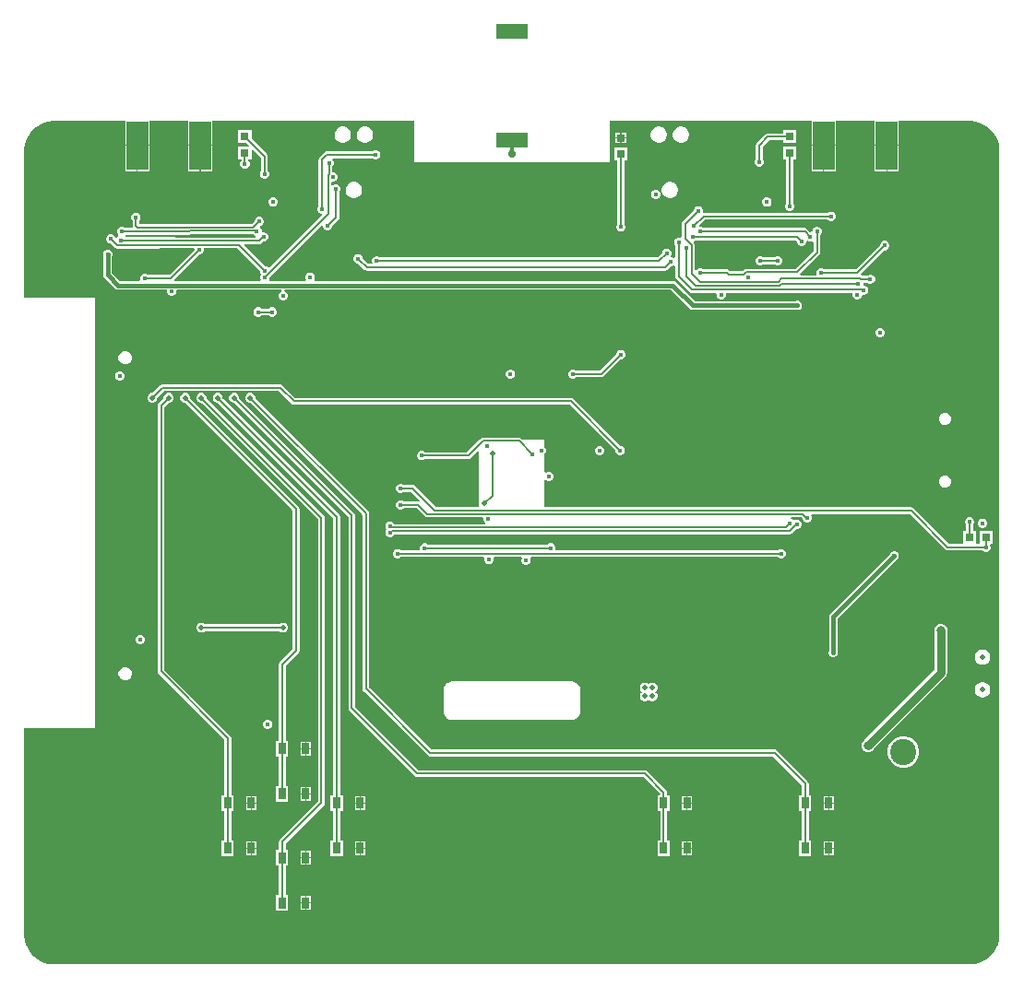
<source format=gtl>
G04*
G04 #@! TF.GenerationSoftware,Altium Limited,Altium Designer,22.1.2 (22)*
G04*
G04 Layer_Physical_Order=1*
G04 Layer_Color=255*
%FSLAX44Y44*%
%MOMM*%
G71*
G04*
G04 #@! TF.SameCoordinates,DC0EFF74-F3D2-441A-B5B2-ABEB85199A1F*
G04*
G04*
G04 #@! TF.FilePolarity,Positive*
G04*
G01*
G75*
%ADD10C,0.2032*%
%ADD12R,0.7000X1.1000*%
%ADD13R,3.0000X1.4000*%
%ADD14R,0.8000X0.8000*%
%ADD15R,0.8000X0.8000*%
%ADD16R,2.0000X4.5000*%
%ADD29C,0.7620*%
%ADD30C,0.3360*%
%ADD31C,0.3810*%
%ADD32C,0.1000*%
%ADD33C,0.6000*%
%ADD34C,0.5000*%
%ADD35O,2.1000X1.2000*%
%ADD36O,2.3000X1.2000*%
%ADD37C,2.4000*%
%ADD38C,0.4500*%
%ADD39C,0.8000*%
%ADD40C,0.7000*%
G36*
X871796Y777410D02*
X875359Y776941D01*
X878830Y776011D01*
X882149Y774636D01*
X885261Y772840D01*
X888112Y770652D01*
X890652Y768112D01*
X892840Y765261D01*
X894636Y762149D01*
X896011Y758830D01*
X896941Y755359D01*
X897410Y751796D01*
X897410Y750000D01*
X897410Y30000D01*
Y28203D01*
X896941Y24641D01*
X896011Y21170D01*
X894636Y17851D01*
X892840Y14739D01*
X890652Y11888D01*
X888112Y9348D01*
X885261Y7160D01*
X882149Y5364D01*
X878830Y3989D01*
X875359Y3059D01*
X871796Y2590D01*
X870000Y2590D01*
X30000Y2590D01*
X28203D01*
X24641Y3059D01*
X21170Y3989D01*
X17851Y5364D01*
X14739Y7160D01*
X11888Y9348D01*
X9348Y11888D01*
X7160Y14739D01*
X5364Y17851D01*
X3989Y21170D01*
X3059Y24641D01*
X2590Y28203D01*
X2590Y30000D01*
Y220000D01*
X67500D01*
Y615000D01*
X2590D01*
Y750000D01*
Y751796D01*
X3059Y755359D01*
X3989Y758830D01*
X5364Y762149D01*
X7160Y765261D01*
X9348Y768112D01*
X11888Y770652D01*
X14739Y772840D01*
X17851Y774636D01*
X21170Y776011D01*
X24641Y776941D01*
X28203Y777410D01*
X30000Y777410D01*
X94984D01*
Y755508D01*
X106000D01*
X117016D01*
Y777410D01*
X152984D01*
Y755508D01*
X175016D01*
Y777410D01*
X360000D01*
Y740001D01*
X360001Y740000D01*
X540000D01*
Y777410D01*
X560000D01*
X724984Y777410D01*
Y755508D01*
X736000D01*
X747016D01*
Y777410D01*
X782984D01*
Y755508D01*
X805016D01*
Y777410D01*
X850000D01*
X871796Y777410D01*
D02*
G37*
G36*
X451688Y752299D02*
X451749Y751625D01*
X451803Y751323D01*
X451872Y751045D01*
X451957Y750789D01*
X452057Y750557D01*
X452173Y750348D01*
X452304Y750162D01*
X452450Y749999D01*
X447550D01*
X447696Y750162D01*
X447827Y750348D01*
X447943Y750557D01*
X448043Y750789D01*
X448128Y751045D01*
X448197Y751323D01*
X448251Y751625D01*
X448289Y751950D01*
X448320Y752671D01*
X451680D01*
X451688Y752299D01*
D02*
G37*
%LPC*%
G36*
X555016Y767016D02*
X550508D01*
Y762508D01*
X555016D01*
Y767016D01*
D02*
G37*
G36*
X549492D02*
X544984D01*
Y762508D01*
X549492D01*
Y767016D01*
D02*
G37*
G36*
X606142Y772255D02*
X604179D01*
X602282Y771747D01*
X600583Y770766D01*
X599194Y769378D01*
X598213Y767678D01*
X597705Y765781D01*
Y763819D01*
X598213Y761923D01*
X599194Y760223D01*
X600583Y758835D01*
X602282Y757853D01*
X604179Y757345D01*
X606142D01*
X608037Y757853D01*
X609738Y758835D01*
X611125Y760223D01*
X612107Y761923D01*
X612615Y763819D01*
Y765781D01*
X612107Y767678D01*
X611125Y769378D01*
X609738Y770766D01*
X608037Y771747D01*
X606142Y772255D01*
D02*
G37*
G36*
X585821D02*
X583858D01*
X581963Y771747D01*
X580262Y770766D01*
X578875Y769378D01*
X577893Y767678D01*
X577385Y765781D01*
Y763819D01*
X577893Y761923D01*
X578875Y760223D01*
X580262Y758835D01*
X581963Y757853D01*
X583858Y757345D01*
X585821D01*
X587718Y757853D01*
X589417Y758835D01*
X590806Y760223D01*
X591787Y761923D01*
X592295Y763819D01*
Y765781D01*
X591787Y767678D01*
X590806Y769378D01*
X589417Y770766D01*
X587718Y771747D01*
X585821Y772255D01*
D02*
G37*
G36*
X316141D02*
X314179D01*
X312283Y771747D01*
X310583Y770766D01*
X309195Y769378D01*
X308213Y767678D01*
X307705Y765781D01*
Y763819D01*
X308213Y761923D01*
X309195Y760223D01*
X310583Y758835D01*
X312283Y757853D01*
X314179Y757345D01*
X316141D01*
X318037Y757853D01*
X319737Y758835D01*
X321125Y760223D01*
X322107Y761923D01*
X322615Y763819D01*
Y765781D01*
X322107Y767678D01*
X321125Y769378D01*
X319737Y770766D01*
X318037Y771747D01*
X316141Y772255D01*
D02*
G37*
G36*
X295821D02*
X293859D01*
X291963Y771747D01*
X290263Y770766D01*
X288875Y769378D01*
X287893Y767678D01*
X287385Y765781D01*
Y763819D01*
X287893Y761923D01*
X288875Y760223D01*
X290263Y758835D01*
X291963Y757853D01*
X293859Y757345D01*
X295821D01*
X297717Y757853D01*
X299417Y758835D01*
X300805Y760223D01*
X301787Y761923D01*
X302295Y763819D01*
Y765781D01*
X301787Y767678D01*
X300805Y769378D01*
X299417Y770766D01*
X297717Y771747D01*
X295821Y772255D01*
D02*
G37*
G36*
X555016Y761492D02*
X550508D01*
Y756984D01*
X555016D01*
Y761492D01*
D02*
G37*
G36*
X549492D02*
X544984D01*
Y756984D01*
X549492D01*
Y761492D01*
D02*
G37*
G36*
X711032Y769032D02*
X698968D01*
Y766108D01*
X685000D01*
X683811Y765871D01*
X682803Y765198D01*
X674802Y757197D01*
X674129Y756189D01*
X673892Y755000D01*
Y742948D01*
X673370Y742426D01*
X672718Y740852D01*
Y739148D01*
X673370Y737574D01*
X674575Y736370D01*
X676148Y735718D01*
X677852D01*
X679426Y736370D01*
X680630Y737574D01*
X681282Y739148D01*
Y740852D01*
X680630Y742426D01*
X680108Y742948D01*
Y753713D01*
X686287Y759892D01*
X698968D01*
Y756968D01*
X711032D01*
Y769032D01*
D02*
G37*
G36*
X325852Y750782D02*
X324148D01*
X322575Y750130D01*
X322052Y749608D01*
X280250D01*
X279061Y749371D01*
X278053Y748698D01*
X273552Y744197D01*
X272879Y743189D01*
X272642Y742000D01*
Y699198D01*
X272120Y698676D01*
X271468Y697102D01*
Y695398D01*
X272120Y693824D01*
X273325Y692620D01*
X274898Y691968D01*
X275277D01*
X275803Y690698D01*
X227792Y642687D01*
X226182Y642873D01*
X225426Y643630D01*
X223852Y644282D01*
X223113D01*
X204212Y663183D01*
X204698Y664356D01*
X218043D01*
X219233Y664593D01*
X220241Y665266D01*
X221693Y666718D01*
X222852D01*
X224426Y667370D01*
X225630Y668575D01*
X226282Y670148D01*
Y671852D01*
X225630Y673426D01*
X224426Y674630D01*
X222852Y675282D01*
X221148D01*
X220282Y676298D01*
Y676852D01*
X219630Y678426D01*
X218608Y679448D01*
X218794Y680418D01*
X218955Y680761D01*
X220426Y681370D01*
X221630Y682574D01*
X222282Y684148D01*
Y685852D01*
X221630Y687426D01*
X220426Y688630D01*
X218852Y689282D01*
X217148D01*
X215574Y688630D01*
X214370Y687426D01*
X213718Y685852D01*
Y685113D01*
X211297Y682692D01*
X108108D01*
Y686052D01*
X108630Y686574D01*
X109282Y688148D01*
Y689852D01*
X108630Y691426D01*
X107426Y692630D01*
X105852Y693282D01*
X104148D01*
X102575Y692630D01*
X101370Y691426D01*
X100718Y689852D01*
Y688148D01*
X101370Y686574D01*
X101892Y686052D01*
Y680774D01*
X101971Y680378D01*
X101037Y679108D01*
X94948D01*
X94426Y679630D01*
X92852Y680282D01*
X91148D01*
X89574Y679630D01*
X88370Y678426D01*
X87718Y676852D01*
Y675148D01*
X88370Y673575D01*
X88833Y673112D01*
X88574Y671630D01*
X87370Y670426D01*
X86020Y670485D01*
X85630Y671426D01*
X84426Y672630D01*
X82852Y673282D01*
X81148D01*
X79574Y672630D01*
X78370Y671426D01*
X77718Y669852D01*
Y668148D01*
X78370Y666574D01*
X79574Y665370D01*
X81148Y664718D01*
X81887D01*
X85338Y661266D01*
X86347Y660593D01*
X87536Y660356D01*
X126172D01*
X126533Y660428D01*
X158333D01*
X158718Y659852D01*
Y659113D01*
X135713Y636108D01*
X115948D01*
X115426Y636630D01*
X113852Y637282D01*
X112148D01*
X110575Y636630D01*
X109370Y635426D01*
X108718Y633852D01*
Y632148D01*
X108900Y631709D01*
X108051Y630439D01*
X90238D01*
X83014Y637663D01*
Y653502D01*
X83282Y654148D01*
Y655852D01*
X82630Y657426D01*
X81426Y658630D01*
X79852Y659282D01*
X78148D01*
X76575Y658630D01*
X75370Y657426D01*
X74718Y655852D01*
Y654148D01*
X74986Y653502D01*
Y636000D01*
X75291Y634464D01*
X76162Y633162D01*
X85737Y623587D01*
X87039Y622716D01*
X88575Y622411D01*
X133344D01*
X133718Y621852D01*
Y620148D01*
X134370Y618574D01*
X135575Y617370D01*
X137148Y616718D01*
X138852D01*
X140426Y617370D01*
X141630Y618574D01*
X142282Y620148D01*
Y621852D01*
X142656Y622411D01*
X238555D01*
X238808Y621141D01*
X237575Y620630D01*
X236370Y619426D01*
X235718Y617852D01*
Y616148D01*
X236370Y614575D01*
X237575Y613370D01*
X239148Y612718D01*
X240852D01*
X242426Y613370D01*
X243630Y614575D01*
X244282Y616148D01*
Y617852D01*
X243630Y619426D01*
X242426Y620630D01*
X241192Y621141D01*
X241445Y622411D01*
X595912D01*
X613162Y605162D01*
X614464Y604291D01*
X616000Y603986D01*
X710502D01*
X711148Y603718D01*
X712852D01*
X714426Y604370D01*
X715630Y605574D01*
X716282Y607148D01*
Y608852D01*
X715630Y610426D01*
X714426Y611630D01*
X712852Y612282D01*
X711148D01*
X710502Y612014D01*
X617663D01*
X600413Y629263D01*
X599111Y630134D01*
X597575Y630439D01*
X269154D01*
X268686Y631709D01*
X269282Y633148D01*
Y634852D01*
X268630Y636426D01*
X267426Y637630D01*
X265852Y638282D01*
X264148D01*
X262575Y637630D01*
X261370Y636426D01*
X260718Y634852D01*
Y633148D01*
X261314Y631709D01*
X260846Y630439D01*
X227654D01*
X227039Y631709D01*
X227532Y632898D01*
Y633637D01*
X275198Y681303D01*
X276468Y680777D01*
Y680148D01*
X277120Y678575D01*
X278325Y677370D01*
X279898Y676718D01*
X281602D01*
X283176Y677370D01*
X284380Y678575D01*
X285032Y680148D01*
Y680887D01*
X290697Y686553D01*
X291371Y687561D01*
X291608Y688750D01*
Y711802D01*
X292130Y712325D01*
X292782Y713898D01*
Y715602D01*
X292130Y717176D01*
X290926Y718380D01*
X289352Y719032D01*
X287648D01*
X286075Y718380D01*
X285842Y718147D01*
X284572Y718673D01*
Y721333D01*
X285148Y721718D01*
X286852D01*
X288426Y722370D01*
X289630Y723574D01*
X290282Y725148D01*
Y726852D01*
X289630Y728426D01*
X288426Y729630D01*
X286852Y730282D01*
X285358D01*
Y736052D01*
X285880Y736574D01*
X286532Y738148D01*
Y739852D01*
X285880Y741425D01*
X285183Y742122D01*
X285709Y743392D01*
X322052D01*
X322575Y742870D01*
X324148Y742218D01*
X325852D01*
X327426Y742870D01*
X328630Y744074D01*
X329282Y745648D01*
Y747352D01*
X328630Y748926D01*
X327426Y750130D01*
X325852Y750782D01*
D02*
G37*
G36*
X805016Y754492D02*
X794508D01*
Y731484D01*
X805016D01*
Y754492D01*
D02*
G37*
G36*
X793492D02*
X782984D01*
Y731484D01*
X793492D01*
Y754492D01*
D02*
G37*
G36*
X747016Y754492D02*
X736508D01*
Y731484D01*
X747016D01*
Y754492D01*
D02*
G37*
G36*
X735492D02*
X724984D01*
Y731484D01*
X735492D01*
Y754492D01*
D02*
G37*
G36*
X175016Y754492D02*
X164508D01*
Y731484D01*
X175016D01*
Y754492D01*
D02*
G37*
G36*
X163492D02*
X152984D01*
Y731484D01*
X163492D01*
Y754492D01*
D02*
G37*
G36*
X117016Y754492D02*
X106508D01*
Y731484D01*
X117016D01*
Y754492D01*
D02*
G37*
G36*
X105492D02*
X94984D01*
Y731484D01*
X105492D01*
Y754492D01*
D02*
G37*
G36*
X211032Y769032D02*
X198968D01*
Y756968D01*
X206637D01*
X208400Y755205D01*
X207914Y754032D01*
X198968D01*
Y741968D01*
X201892D01*
Y740698D01*
X201370Y740176D01*
X200718Y738602D01*
Y736898D01*
X201370Y735324D01*
X202575Y734120D01*
X204148Y733468D01*
X205852D01*
X207426Y734120D01*
X208630Y735324D01*
X209282Y736898D01*
Y738602D01*
X208630Y740176D01*
X208108Y740698D01*
Y741968D01*
X211032D01*
Y750914D01*
X212205Y751400D01*
X219892Y743713D01*
Y731948D01*
X219370Y731426D01*
X218718Y729852D01*
Y728148D01*
X219370Y726574D01*
X220574Y725370D01*
X222148Y724718D01*
X223852D01*
X225426Y725370D01*
X226630Y726574D01*
X227282Y728148D01*
Y729852D01*
X226630Y731426D01*
X226108Y731948D01*
Y745000D01*
X225871Y746189D01*
X225198Y747197D01*
X211032Y761363D01*
Y769032D01*
D02*
G37*
G36*
X595981Y721455D02*
X594019D01*
X592122Y720947D01*
X590423Y719966D01*
X589035Y718577D01*
X588053Y716878D01*
X587545Y714982D01*
Y713019D01*
X588053Y711123D01*
X589035Y709423D01*
X590423Y708035D01*
X592122Y707053D01*
X594019Y706545D01*
X595981D01*
X597878Y707053D01*
X599577Y708035D01*
X600965Y709423D01*
X601947Y711123D01*
X602455Y713019D01*
Y714982D01*
X601947Y716878D01*
X600965Y718577D01*
X599577Y719966D01*
X597878Y720947D01*
X595981Y721455D01*
D02*
G37*
G36*
X305982D02*
X304019D01*
X302122Y720947D01*
X300423Y719966D01*
X299035Y718577D01*
X298053Y716878D01*
X297545Y714982D01*
Y713019D01*
X298053Y711123D01*
X299035Y709423D01*
X300423Y708035D01*
X302122Y707053D01*
X304019Y706545D01*
X305982D01*
X307878Y707053D01*
X309578Y708035D01*
X310965Y709423D01*
X311947Y711123D01*
X312455Y713019D01*
Y714982D01*
X311947Y716878D01*
X310965Y718577D01*
X309578Y719966D01*
X307878Y720947D01*
X305982Y721455D01*
D02*
G37*
G36*
X582852Y714282D02*
X581148D01*
X579575Y713630D01*
X578370Y712426D01*
X577718Y710852D01*
Y709148D01*
X578370Y707574D01*
X579575Y706370D01*
X581148Y705718D01*
X582852D01*
X584426Y706370D01*
X585630Y707574D01*
X586282Y709148D01*
Y710852D01*
X585630Y712426D01*
X584426Y713630D01*
X582852Y714282D01*
D02*
G37*
G36*
X684852Y707282D02*
X683148D01*
X681574Y706630D01*
X680370Y705426D01*
X679718Y703852D01*
Y702148D01*
X680370Y700574D01*
X681574Y699370D01*
X683148Y698718D01*
X684852D01*
X686426Y699370D01*
X687630Y700574D01*
X688282Y702148D01*
Y703852D01*
X687630Y705426D01*
X686426Y706630D01*
X684852Y707282D01*
D02*
G37*
G36*
X231852D02*
X230148D01*
X228575Y706630D01*
X227370Y705426D01*
X226718Y703852D01*
Y702148D01*
X227370Y700574D01*
X228575Y699370D01*
X230148Y698718D01*
X231852D01*
X233426Y699370D01*
X234630Y700574D01*
X235282Y702148D01*
Y703852D01*
X234630Y705426D01*
X233426Y706630D01*
X231852Y707282D01*
D02*
G37*
G36*
X711032Y754032D02*
X698968D01*
Y741968D01*
X701892D01*
Y701948D01*
X701370Y701425D01*
X700718Y699852D01*
Y698148D01*
X701370Y696574D01*
X702574Y695370D01*
X704148Y694718D01*
X705852D01*
X707426Y695370D01*
X708630Y696574D01*
X709282Y698148D01*
Y699852D01*
X708630Y701425D01*
X708108Y701948D01*
Y741968D01*
X711032D01*
Y754032D01*
D02*
G37*
G36*
X621852Y699282D02*
X620148D01*
X618574Y698630D01*
X617370Y697426D01*
X616718Y695852D01*
Y695113D01*
X606802Y685198D01*
X606129Y684189D01*
X605892Y683000D01*
Y670811D01*
X604622Y669963D01*
X603852Y670282D01*
X602148D01*
X600574Y669630D01*
X599370Y668426D01*
X598718Y666852D01*
Y665148D01*
X599370Y663575D01*
X599892Y663052D01*
Y651959D01*
X598622Y651433D01*
X598425Y651630D01*
X596852Y652282D01*
X596134D01*
X595608Y653552D01*
X595630Y653575D01*
X596282Y655148D01*
Y656852D01*
X595630Y658426D01*
X594426Y659630D01*
X592852Y660282D01*
X591148D01*
X589575Y659630D01*
X588370Y658426D01*
X587718Y656852D01*
Y656113D01*
X583713Y652108D01*
X328948D01*
X328426Y652630D01*
X326852Y653282D01*
X325148D01*
X323574Y652630D01*
X322370Y651425D01*
X321718Y649852D01*
Y648148D01*
X322037Y647378D01*
X321189Y646108D01*
X318287D01*
X313282Y651113D01*
Y651852D01*
X312630Y653426D01*
X311426Y654630D01*
X309852Y655282D01*
X308148D01*
X306574Y654630D01*
X305370Y653426D01*
X304718Y651852D01*
Y650148D01*
X305370Y648575D01*
X306574Y647370D01*
X308148Y646718D01*
X308887D01*
X314802Y640803D01*
X315811Y640129D01*
X317000Y639892D01*
X591000D01*
X592189Y640129D01*
X593198Y640803D01*
X596113Y643718D01*
X596852D01*
X598425Y644370D01*
X598622Y644567D01*
X599892Y644041D01*
Y635000D01*
X600129Y633811D01*
X600802Y632803D01*
X613266Y620339D01*
X614275Y619665D01*
X615464Y619428D01*
X637333D01*
X637718Y618852D01*
Y617148D01*
X638370Y615574D01*
X639575Y614370D01*
X641148Y613718D01*
X642852D01*
X644426Y614370D01*
X645630Y615574D01*
X646282Y617148D01*
Y618852D01*
X646667Y619428D01*
X762333D01*
X762718Y618852D01*
Y617148D01*
X763370Y615574D01*
X764575Y614370D01*
X766148Y613718D01*
X767852D01*
X769426Y614370D01*
X770630Y615574D01*
X771124Y616768D01*
X772148Y617718D01*
X773852D01*
X775426Y618370D01*
X776630Y619575D01*
X777282Y621148D01*
Y622852D01*
X776630Y624426D01*
X775426Y625630D01*
X773852Y626282D01*
X773298D01*
X772282Y627148D01*
Y628852D01*
X772309Y628892D01*
X776052D01*
X776574Y628370D01*
X778148Y627718D01*
X779852D01*
X781426Y628370D01*
X782630Y629575D01*
X783282Y631148D01*
Y632852D01*
X782630Y634426D01*
X781426Y635630D01*
X779852Y636282D01*
X778148D01*
X776574Y635630D01*
X776052Y635108D01*
X771516D01*
X771068Y635407D01*
X770676Y635485D01*
X770258Y636863D01*
X792113Y658718D01*
X792852D01*
X794426Y659370D01*
X795630Y660574D01*
X796282Y662148D01*
Y663852D01*
X795630Y665425D01*
X794426Y666630D01*
X792852Y667282D01*
X791148D01*
X789575Y666630D01*
X788370Y665425D01*
X787718Y663852D01*
Y663113D01*
X765713Y641108D01*
X736948D01*
X736426Y641630D01*
X734852Y642282D01*
X733148D01*
X731574Y641630D01*
X730370Y640426D01*
X729718Y638852D01*
Y637148D01*
X729904Y636700D01*
X729198Y635644D01*
X714835D01*
X714309Y636914D01*
X732197Y654802D01*
X732871Y655811D01*
X733108Y657000D01*
Y673052D01*
X733630Y673575D01*
X734282Y675148D01*
Y676852D01*
X733630Y678426D01*
X732426Y679630D01*
X730852Y680282D01*
X729148D01*
X727574Y679630D01*
X726370Y678426D01*
X725718Y676852D01*
Y676298D01*
X725209Y675701D01*
X723739Y675656D01*
X721198Y678197D01*
X720189Y678871D01*
X719000Y679108D01*
X625948D01*
X625426Y679630D01*
X623852Y680282D01*
X622473D01*
X621905Y681241D01*
X621850Y681455D01*
X627287Y686892D01*
X740052D01*
X740574Y686370D01*
X742148Y685718D01*
X743852D01*
X745426Y686370D01*
X746630Y687574D01*
X747282Y689148D01*
Y690852D01*
X746630Y692426D01*
X745426Y693630D01*
X743852Y694282D01*
X742148D01*
X740574Y693630D01*
X740052Y693108D01*
X626226D01*
X625528Y693792D01*
X625353Y694045D01*
X625282Y694260D01*
Y695852D01*
X624630Y697426D01*
X623426Y698630D01*
X621852Y699282D01*
D02*
G37*
G36*
X556032Y753032D02*
X543968D01*
Y740968D01*
X546892D01*
Y682948D01*
X546370Y682426D01*
X545718Y680852D01*
Y679148D01*
X546370Y677574D01*
X547575Y676370D01*
X549148Y675718D01*
X550852D01*
X552426Y676370D01*
X553630Y677574D01*
X554282Y679148D01*
Y680852D01*
X553630Y682426D01*
X553108Y682948D01*
Y740968D01*
X556032D01*
Y753032D01*
D02*
G37*
G36*
X230852Y606282D02*
X229148D01*
X227575Y605630D01*
X227052Y605108D01*
X219948D01*
X219426Y605630D01*
X217852Y606282D01*
X216148D01*
X214575Y605630D01*
X213370Y604426D01*
X212718Y602852D01*
Y601148D01*
X213370Y599575D01*
X214575Y598370D01*
X216148Y597718D01*
X217852D01*
X219426Y598370D01*
X219948Y598892D01*
X227052D01*
X227575Y598370D01*
X229148Y597718D01*
X230852D01*
X232426Y598370D01*
X233630Y599575D01*
X234282Y601148D01*
Y602852D01*
X233630Y604426D01*
X232426Y605630D01*
X230852Y606282D01*
D02*
G37*
G36*
X788852Y587282D02*
X787148D01*
X785574Y586630D01*
X784370Y585425D01*
X783718Y583852D01*
Y582148D01*
X784370Y580574D01*
X785574Y579370D01*
X787148Y578718D01*
X788852D01*
X790426Y579370D01*
X791630Y580574D01*
X792282Y582148D01*
Y583852D01*
X791630Y585425D01*
X790426Y586630D01*
X788852Y587282D01*
D02*
G37*
G36*
X96194Y566000D02*
X93806D01*
X91601Y565087D01*
X89914Y563399D01*
X89000Y561194D01*
Y558806D01*
X89914Y556601D01*
X91601Y554913D01*
X93806Y554000D01*
X96194D01*
X98399Y554913D01*
X100087Y556601D01*
X101000Y558806D01*
Y561194D01*
X100087Y563399D01*
X98399Y565087D01*
X96194Y566000D01*
D02*
G37*
G36*
X550852Y567282D02*
X549148D01*
X547575Y566630D01*
X546370Y565426D01*
X545718Y563852D01*
Y563113D01*
X530713Y548108D01*
X508948D01*
X508426Y548630D01*
X506852Y549282D01*
X505148D01*
X503574Y548630D01*
X502370Y547425D01*
X501718Y545852D01*
Y544148D01*
X502370Y542575D01*
X503574Y541370D01*
X505148Y540718D01*
X506852D01*
X508426Y541370D01*
X508948Y541892D01*
X532000D01*
X533189Y542129D01*
X534198Y542803D01*
X550113Y558718D01*
X550852D01*
X552426Y559370D01*
X553630Y560574D01*
X554282Y562148D01*
Y563852D01*
X553630Y565426D01*
X552426Y566630D01*
X550852Y567282D01*
D02*
G37*
G36*
X449622Y549282D02*
X447918D01*
X446344Y548630D01*
X445140Y547425D01*
X444488Y545852D01*
Y544148D01*
X445140Y542575D01*
X446344Y541370D01*
X447918Y540718D01*
X449622D01*
X451196Y541370D01*
X452400Y542575D01*
X453052Y544148D01*
Y545852D01*
X452400Y547425D01*
X451196Y548630D01*
X449622Y549282D01*
D02*
G37*
G36*
X90852Y547282D02*
X89148D01*
X87575Y546630D01*
X86370Y545426D01*
X85718Y543852D01*
Y542148D01*
X86370Y540574D01*
X87575Y539370D01*
X89148Y538718D01*
X90852D01*
X92426Y539370D01*
X93630Y540574D01*
X94282Y542148D01*
Y543852D01*
X93630Y545426D01*
X92426Y546630D01*
X90852Y547282D01*
D02*
G37*
G36*
X848594Y509650D02*
X846306D01*
X844193Y508775D01*
X842575Y507157D01*
X841700Y505044D01*
Y502756D01*
X842575Y500643D01*
X844193Y499025D01*
X846306Y498150D01*
X848594D01*
X850707Y499025D01*
X852325Y500643D01*
X853200Y502756D01*
Y505044D01*
X852325Y507157D01*
X850707Y508775D01*
X848594Y509650D01*
D02*
G37*
G36*
X237500Y535608D02*
X129500D01*
X128311Y535371D01*
X127303Y534697D01*
X120137Y527532D01*
X119099D01*
X117433Y526842D01*
X116158Y525567D01*
X115468Y523901D01*
Y522099D01*
X116158Y520433D01*
X117433Y519158D01*
X119099Y518468D01*
X120901D01*
X122567Y519158D01*
X123842Y520433D01*
X124532Y522099D01*
Y523137D01*
X130787Y529392D01*
X236213D01*
X247803Y517803D01*
X248811Y517129D01*
X250000Y516892D01*
X503141D01*
X545218Y474815D01*
Y474076D01*
X545870Y472503D01*
X547075Y471298D01*
X548648Y470646D01*
X550352D01*
X551926Y471298D01*
X553130Y472503D01*
X553782Y474076D01*
Y475780D01*
X553130Y477354D01*
X551926Y478558D01*
X550352Y479210D01*
X549613D01*
X506626Y522197D01*
X505617Y522871D01*
X504428Y523108D01*
X251287D01*
X239697Y534697D01*
X238689Y535371D01*
X237500Y535608D01*
D02*
G37*
G36*
X531352Y478702D02*
X529648D01*
X528074Y478050D01*
X526870Y476846D01*
X526218Y475272D01*
Y473568D01*
X526870Y471995D01*
X528074Y470790D01*
X529648Y470138D01*
X531352D01*
X532925Y470790D01*
X534130Y471995D01*
X534782Y473568D01*
Y475272D01*
X534130Y476846D01*
X532925Y478050D01*
X531352Y478702D01*
D02*
G37*
G36*
X456464Y486644D02*
X423536D01*
X422347Y486407D01*
X421339Y485733D01*
X420605Y485000D01*
X420000D01*
Y484395D01*
X408713Y473108D01*
X369948D01*
X369426Y473630D01*
X367852Y474282D01*
X366148D01*
X364575Y473630D01*
X363370Y472425D01*
X362718Y470852D01*
Y469148D01*
X363370Y467575D01*
X364575Y466370D01*
X366148Y465718D01*
X367852D01*
X369426Y466370D01*
X369948Y466892D01*
X410000D01*
X411189Y467129D01*
X412197Y467803D01*
X418827Y474432D01*
X420000Y473946D01*
Y422692D01*
X380703D01*
X361198Y442197D01*
X360189Y442871D01*
X359000Y443108D01*
X350948D01*
X350426Y443630D01*
X348852Y444282D01*
X347148D01*
X345574Y443630D01*
X344370Y442426D01*
X343718Y440852D01*
Y439148D01*
X344370Y437575D01*
X345574Y436370D01*
X347148Y435718D01*
X348852D01*
X350426Y436370D01*
X350948Y436892D01*
X357713D01*
X365592Y429014D01*
X364875Y427934D01*
X364000Y428108D01*
X350948D01*
X350426Y428630D01*
X348852Y429282D01*
X347148D01*
X345574Y428630D01*
X344370Y427426D01*
X343718Y425852D01*
Y424148D01*
X344370Y422575D01*
X345574Y421370D01*
X347148Y420718D01*
X348852D01*
X350426Y421370D01*
X350948Y421892D01*
X362713D01*
X370266Y414338D01*
X371275Y413665D01*
X372464Y413428D01*
X423333D01*
X423718Y412852D01*
Y411148D01*
X424370Y409575D01*
X425543Y408402D01*
X425536Y408227D01*
X425245Y407132D01*
X341911D01*
X341630Y407811D01*
X340426Y409015D01*
X338852Y409667D01*
X337148D01*
X335574Y409015D01*
X334370Y407811D01*
X333718Y406237D01*
Y404533D01*
X334370Y402960D01*
X334829Y402500D01*
X334370Y402040D01*
X333718Y400467D01*
Y398763D01*
X334370Y397189D01*
X335574Y395985D01*
X337148Y395333D01*
X338852D01*
X340426Y395985D01*
X341630Y397189D01*
X341911Y397868D01*
X705078D01*
X706267Y398105D01*
X707276Y398778D01*
X711215Y402718D01*
X712622D01*
X714196Y403370D01*
X715400Y404575D01*
X716052Y406148D01*
Y407852D01*
X715400Y409426D01*
X714196Y410630D01*
X712622Y411282D01*
X710918D01*
X709810Y410823D01*
X708578Y410478D01*
X707373Y411682D01*
X706224Y412158D01*
X706477Y413428D01*
X715756D01*
X716718Y412467D01*
Y412148D01*
X717370Y410574D01*
X718575Y409370D01*
X720148Y408718D01*
X721852D01*
X723426Y409370D01*
X724630Y410574D01*
X725282Y412148D01*
Y413852D01*
X724721Y415206D01*
X725239Y416476D01*
X815129D01*
X847803Y383802D01*
X848811Y383129D01*
X850000Y382892D01*
X882052D01*
X882574Y382370D01*
X884148Y381718D01*
X885852D01*
X887426Y382370D01*
X888630Y383574D01*
X889282Y385148D01*
Y386852D01*
X888932Y387698D01*
X889747Y388968D01*
X891032D01*
Y401032D01*
X878968D01*
Y389108D01*
X876032D01*
Y401032D01*
X873108D01*
Y406052D01*
X873630Y406574D01*
X874282Y408148D01*
Y409852D01*
X873630Y411426D01*
X872426Y412630D01*
X870852Y413282D01*
X869148D01*
X867574Y412630D01*
X866370Y411426D01*
X865718Y409852D01*
Y408148D01*
X866370Y406574D01*
X866892Y406052D01*
Y401032D01*
X863968D01*
Y389108D01*
X851287D01*
X818614Y421782D01*
X817605Y422455D01*
X816416Y422692D01*
X480000D01*
Y447148D01*
X481270Y447674D01*
X481575Y447370D01*
X483148Y446718D01*
X484852D01*
X486426Y447370D01*
X487630Y448574D01*
X488282Y450148D01*
Y451852D01*
X487630Y453426D01*
X486426Y454630D01*
X484852Y455282D01*
X483148D01*
X481575Y454630D01*
X481270Y454326D01*
X480000Y454852D01*
Y471944D01*
X480630Y472575D01*
X481282Y474148D01*
Y475852D01*
X480630Y477426D01*
X480000Y478056D01*
Y485000D01*
X459395D01*
X458661Y485733D01*
X457653Y486407D01*
X456464Y486644D01*
D02*
G37*
G36*
X848594Y451850D02*
X846306D01*
X844193Y450975D01*
X842575Y449357D01*
X841700Y447244D01*
Y444956D01*
X842575Y442843D01*
X844193Y441225D01*
X846306Y440350D01*
X848594D01*
X850707Y441225D01*
X852325Y442843D01*
X853200Y444956D01*
Y447244D01*
X852325Y449357D01*
X850707Y450975D01*
X848594Y451850D01*
D02*
G37*
G36*
X882852Y412282D02*
X881148D01*
X879575Y411630D01*
X878370Y410425D01*
X877718Y408852D01*
Y407148D01*
X878370Y405574D01*
X879575Y404370D01*
X881148Y403718D01*
X882852D01*
X884426Y404370D01*
X885630Y405574D01*
X886282Y407148D01*
Y408852D01*
X885630Y410425D01*
X884426Y411630D01*
X882852Y412282D01*
D02*
G37*
G36*
X486352Y389532D02*
X484648D01*
X483074Y388880D01*
X482552Y388358D01*
X372948D01*
X372426Y388880D01*
X370852Y389532D01*
X369148D01*
X367575Y388880D01*
X366370Y387676D01*
X365718Y386102D01*
Y384398D01*
X365815Y384164D01*
X365110Y383108D01*
X347948D01*
X347426Y383630D01*
X345852Y384282D01*
X344148D01*
X342575Y383630D01*
X341370Y382425D01*
X340718Y380852D01*
Y379148D01*
X341370Y377575D01*
X342575Y376370D01*
X344148Y375718D01*
X345852D01*
X347426Y376370D01*
X347948Y376892D01*
X424011D01*
X424860Y375622D01*
X424718Y375280D01*
Y373576D01*
X425370Y372002D01*
X426575Y370798D01*
X428148Y370146D01*
X429852D01*
X431426Y370798D01*
X432630Y372002D01*
X433282Y373576D01*
Y375280D01*
X433140Y375622D01*
X433989Y376892D01*
X458189D01*
X459037Y375622D01*
X458718Y374852D01*
Y373148D01*
X459370Y371575D01*
X460574Y370370D01*
X462148Y369718D01*
X463852D01*
X465426Y370370D01*
X466630Y371575D01*
X467282Y373148D01*
Y374852D01*
X466963Y375622D01*
X467811Y376892D01*
X694052D01*
X694575Y376370D01*
X696148Y375718D01*
X697852D01*
X699426Y376370D01*
X700630Y377575D01*
X701282Y379148D01*
Y380852D01*
X700630Y382425D01*
X699426Y383630D01*
X697852Y384282D01*
X696148D01*
X694575Y383630D01*
X694052Y383108D01*
X490390D01*
X489685Y384164D01*
X489782Y384398D01*
Y386102D01*
X489130Y387676D01*
X487926Y388880D01*
X486352Y389532D01*
D02*
G37*
G36*
X240902Y316532D02*
X239098D01*
X237433Y315842D01*
X236698Y315108D01*
X168302D01*
X167567Y315842D01*
X165902Y316532D01*
X164099D01*
X162433Y315842D01*
X161158Y314567D01*
X160468Y312901D01*
Y311098D01*
X161158Y309433D01*
X162433Y308158D01*
X164099Y307468D01*
X165902D01*
X167567Y308158D01*
X168302Y308892D01*
X236698D01*
X237433Y308158D01*
X239098Y307468D01*
X240902D01*
X242567Y308158D01*
X243842Y309433D01*
X244532Y311098D01*
Y312901D01*
X243842Y314567D01*
X242567Y315842D01*
X240902Y316532D01*
D02*
G37*
G36*
X109852Y305282D02*
X108148D01*
X106574Y304630D01*
X105370Y303426D01*
X104718Y301852D01*
Y300148D01*
X105370Y298575D01*
X106574Y297370D01*
X108148Y296718D01*
X109852D01*
X111426Y297370D01*
X112630Y298575D01*
X113282Y300148D01*
Y301852D01*
X112630Y303426D01*
X111426Y304630D01*
X109852Y305282D01*
D02*
G37*
G36*
X801852Y382282D02*
X800148D01*
X798575Y381630D01*
X797370Y380426D01*
X797102Y379779D01*
X742162Y324838D01*
X741291Y323536D01*
X740986Y322000D01*
Y290498D01*
X740718Y289852D01*
Y288148D01*
X741370Y286574D01*
X742574Y285370D01*
X744148Y284718D01*
X745852D01*
X747426Y285370D01*
X748630Y286574D01*
X749282Y288148D01*
Y289852D01*
X749014Y290498D01*
Y320337D01*
X802779Y374102D01*
X803426Y374370D01*
X804630Y375574D01*
X805282Y377148D01*
Y378852D01*
X804630Y380426D01*
X803426Y381630D01*
X801852Y382282D01*
D02*
G37*
G36*
X882922Y292000D02*
X881078D01*
X879298Y291523D01*
X877702Y290601D01*
X876399Y289298D01*
X875477Y287702D01*
X875000Y285922D01*
Y284078D01*
X875477Y282298D01*
X876399Y280702D01*
X877702Y279399D01*
X879298Y278477D01*
X881078Y278000D01*
X882922D01*
X884702Y278477D01*
X886298Y279399D01*
X887601Y280702D01*
X888523Y282298D01*
X889000Y284078D01*
Y285922D01*
X888523Y287702D01*
X887601Y289298D01*
X886298Y290601D01*
X884702Y291523D01*
X882922Y292000D01*
D02*
G37*
G36*
X96194Y276000D02*
X93806D01*
X91601Y275087D01*
X89914Y273399D01*
X89000Y271194D01*
Y268806D01*
X89914Y266601D01*
X91601Y264914D01*
X93806Y264000D01*
X96194D01*
X98399Y264914D01*
X100087Y266601D01*
X101000Y268806D01*
Y271194D01*
X100087Y273399D01*
X98399Y275087D01*
X96194Y276000D01*
D02*
G37*
G36*
X579902Y261532D02*
X578098D01*
X576433Y260842D01*
X575500Y259909D01*
X574567Y260842D01*
X572901Y261532D01*
X571099D01*
X569433Y260842D01*
X568158Y259567D01*
X567468Y257901D01*
Y256098D01*
X568158Y254433D01*
X568761Y253830D01*
X569325Y253000D01*
X568761Y252170D01*
X568158Y251567D01*
X567468Y249902D01*
Y248099D01*
X568158Y246433D01*
X569433Y245158D01*
X571099Y244468D01*
X572901D01*
X574567Y245158D01*
X575500Y246091D01*
X576433Y245158D01*
X578098Y244468D01*
X579902D01*
X581567Y245158D01*
X582842Y246433D01*
X583532Y248099D01*
Y249902D01*
X582842Y251567D01*
X582239Y252170D01*
X581675Y253000D01*
X582239Y253830D01*
X582842Y254433D01*
X583532Y256098D01*
Y257901D01*
X582842Y259567D01*
X581567Y260842D01*
X579902Y261532D01*
D02*
G37*
G36*
X882922Y262000D02*
X881078D01*
X879298Y261523D01*
X877702Y260601D01*
X876399Y259298D01*
X875477Y257702D01*
X875000Y255922D01*
Y254078D01*
X875477Y252298D01*
X876399Y250702D01*
X877702Y249399D01*
X879298Y248477D01*
X881078Y248000D01*
X882922D01*
X884702Y248477D01*
X886298Y249399D01*
X887601Y250702D01*
X888523Y252298D01*
X889000Y254078D01*
Y255922D01*
X888523Y257702D01*
X887601Y259298D01*
X886298Y260601D01*
X884702Y261523D01*
X882922Y262000D01*
D02*
G37*
G36*
X505995Y262590D02*
X394005D01*
X393014Y262393D01*
X391177Y261631D01*
X390336Y261070D01*
X388930Y259664D01*
X388369Y258823D01*
X387607Y256986D01*
X387410Y255995D01*
Y234005D01*
X387607Y233014D01*
X388369Y231177D01*
X388930Y230336D01*
X390336Y228930D01*
X391177Y228369D01*
X393014Y227607D01*
X394005Y227410D01*
X505995D01*
X506986Y227607D01*
X508823Y228369D01*
X509664Y228930D01*
X511070Y230336D01*
X511631Y231177D01*
X512393Y233014D01*
X512590Y234005D01*
Y255995D01*
X512393Y256986D01*
X511631Y258823D01*
X511070Y259664D01*
X509664Y261070D01*
X508823Y261631D01*
X506986Y262393D01*
X505995Y262590D01*
D02*
G37*
G36*
X226852Y227282D02*
X225148D01*
X223575Y226630D01*
X222370Y225426D01*
X221718Y223852D01*
Y222148D01*
X222370Y220574D01*
X223575Y219370D01*
X225148Y218718D01*
X226852D01*
X228426Y219370D01*
X229630Y220574D01*
X230282Y222148D01*
Y223852D01*
X229630Y225426D01*
X228426Y226630D01*
X226852Y227282D01*
D02*
G37*
G36*
X265266Y207266D02*
X261258D01*
Y201258D01*
X265266D01*
Y207266D01*
D02*
G37*
G36*
X260242D02*
X256234D01*
Y201258D01*
X260242D01*
Y207266D01*
D02*
G37*
G36*
X844700Y315635D02*
X842300D01*
X840083Y314716D01*
X838386Y313020D01*
X837468Y310803D01*
Y308403D01*
X837544Y308221D01*
Y272967D01*
X773765Y209189D01*
X773583Y209114D01*
X771886Y207417D01*
X770968Y205200D01*
Y202800D01*
X771886Y200583D01*
X773583Y198886D01*
X775800Y197968D01*
X778200D01*
X780417Y198886D01*
X782114Y200583D01*
X782189Y200765D01*
X847712Y266288D01*
X849003Y268221D01*
X849456Y270500D01*
X849456Y270500D01*
Y308221D01*
X849532Y308403D01*
Y310803D01*
X848614Y313020D01*
X846917Y314716D01*
X844700Y315635D01*
D02*
G37*
G36*
X265266Y200242D02*
X261258D01*
Y194234D01*
X265266D01*
Y200242D01*
D02*
G37*
G36*
X260242D02*
X256234D01*
Y194234D01*
X260242D01*
Y200242D01*
D02*
G37*
G36*
X811199Y212330D02*
X807381D01*
X803693Y211342D01*
X800387Y209433D01*
X797687Y206733D01*
X795778Y203427D01*
X794790Y199739D01*
Y195921D01*
X795778Y192233D01*
X797687Y188927D01*
X800387Y186227D01*
X803693Y184318D01*
X807381Y183330D01*
X811199D01*
X814887Y184318D01*
X818193Y186227D01*
X820893Y188927D01*
X822802Y192233D01*
X823790Y195921D01*
Y199739D01*
X822802Y203427D01*
X820893Y206733D01*
X818193Y209433D01*
X814887Y211342D01*
X811199Y212330D01*
D02*
G37*
G36*
X265266Y165766D02*
X261258D01*
Y159758D01*
X265266D01*
Y165766D01*
D02*
G37*
G36*
X260242D02*
X256234D01*
Y159758D01*
X260242D01*
Y165766D01*
D02*
G37*
G36*
X265266Y158742D02*
X261258D01*
Y152734D01*
X265266D01*
Y158742D01*
D02*
G37*
G36*
X260242D02*
X256234D01*
Y152734D01*
X260242D01*
Y158742D01*
D02*
G37*
G36*
X150901Y527532D02*
X149099D01*
X147433Y526842D01*
X146158Y525567D01*
X145468Y523901D01*
Y522099D01*
X146158Y520433D01*
X147433Y519158D01*
X149099Y518468D01*
X150137D01*
X248892Y419713D01*
Y292287D01*
X237053Y280448D01*
X236379Y279439D01*
X236142Y278250D01*
Y208282D01*
X233718D01*
Y193218D01*
X236142D01*
Y166782D01*
X233718D01*
Y151718D01*
X244782D01*
Y166782D01*
X242358D01*
Y193218D01*
X244782D01*
Y208282D01*
X242358D01*
Y276963D01*
X254198Y288803D01*
X254871Y289811D01*
X255108Y291000D01*
Y421000D01*
X254871Y422189D01*
X254198Y423198D01*
X154532Y522863D01*
Y523901D01*
X153842Y525567D01*
X152567Y526842D01*
X150901Y527532D01*
D02*
G37*
G36*
X745266Y157266D02*
X741258D01*
Y151258D01*
X745266D01*
Y157266D01*
D02*
G37*
G36*
X740242D02*
X736234D01*
Y151258D01*
X740242D01*
Y157266D01*
D02*
G37*
G36*
X615266D02*
X611258D01*
Y151258D01*
X615266D01*
Y157266D01*
D02*
G37*
G36*
X610242D02*
X606234D01*
Y151258D01*
X610242D01*
Y157266D01*
D02*
G37*
G36*
X215266D02*
X211258D01*
Y151258D01*
X215266D01*
Y157266D01*
D02*
G37*
G36*
X210242D02*
X206234D01*
Y151258D01*
X210242D01*
Y157266D01*
D02*
G37*
G36*
X315266Y157266D02*
X311258D01*
Y151258D01*
X315266D01*
Y157266D01*
D02*
G37*
G36*
X310242D02*
X306234D01*
Y151258D01*
X310242D01*
Y157266D01*
D02*
G37*
G36*
X745266Y150242D02*
X741258D01*
Y144234D01*
X745266D01*
Y150242D01*
D02*
G37*
G36*
X740242D02*
X736234D01*
Y144234D01*
X740242D01*
Y150242D01*
D02*
G37*
G36*
X615266D02*
X611258D01*
Y144234D01*
X615266D01*
Y150242D01*
D02*
G37*
G36*
X610242D02*
X606234D01*
Y144234D01*
X610242D01*
Y150242D01*
D02*
G37*
G36*
X215266D02*
X211258D01*
Y144234D01*
X215266D01*
Y150242D01*
D02*
G37*
G36*
X210242D02*
X206234D01*
Y144234D01*
X210242D01*
Y150242D01*
D02*
G37*
G36*
X315266Y150242D02*
X311258D01*
Y144234D01*
X315266D01*
Y150242D01*
D02*
G37*
G36*
X310242D02*
X306234D01*
Y144234D01*
X310242D01*
Y150242D01*
D02*
G37*
G36*
X745266Y115766D02*
X741258D01*
Y109758D01*
X745266D01*
Y115766D01*
D02*
G37*
G36*
X740242D02*
X736234D01*
Y109758D01*
X740242D01*
Y115766D01*
D02*
G37*
G36*
X615266D02*
X611258D01*
Y109758D01*
X615266D01*
Y115766D01*
D02*
G37*
G36*
X610242D02*
X606234D01*
Y109758D01*
X610242D01*
Y115766D01*
D02*
G37*
G36*
X215266D02*
X211258D01*
Y109758D01*
X215266D01*
Y115766D01*
D02*
G37*
G36*
X210242D02*
X206234D01*
Y109758D01*
X210242D01*
Y115766D01*
D02*
G37*
G36*
X315266Y115766D02*
X311258D01*
Y109758D01*
X315266D01*
Y115766D01*
D02*
G37*
G36*
X310242D02*
X306234D01*
Y109758D01*
X310242D01*
Y115766D01*
D02*
G37*
G36*
X745266Y108742D02*
X741258D01*
Y102734D01*
X745266D01*
Y108742D01*
D02*
G37*
G36*
X740242D02*
X736234D01*
Y102734D01*
X740242D01*
Y108742D01*
D02*
G37*
G36*
X615266D02*
X611258D01*
Y102734D01*
X615266D01*
Y108742D01*
D02*
G37*
G36*
X610242D02*
X606234D01*
Y102734D01*
X610242D01*
Y108742D01*
D02*
G37*
G36*
X215266D02*
X211258D01*
Y102734D01*
X215266D01*
Y108742D01*
D02*
G37*
G36*
X210242D02*
X206234D01*
Y102734D01*
X210242D01*
Y108742D01*
D02*
G37*
G36*
X315266Y108742D02*
X311258D01*
Y102734D01*
X315266D01*
Y108742D01*
D02*
G37*
G36*
X310242D02*
X306234D01*
Y102734D01*
X310242D01*
Y108742D01*
D02*
G37*
G36*
X210902Y527532D02*
X209098D01*
X207433Y526842D01*
X206158Y525567D01*
X205468Y523901D01*
Y522099D01*
X206158Y520433D01*
X207433Y519158D01*
X209098Y518468D01*
X210137D01*
X312892Y415713D01*
Y256000D01*
X313129Y254811D01*
X313803Y253803D01*
X372803Y194802D01*
X373811Y194129D01*
X375000Y193892D01*
X689713D01*
X716142Y167463D01*
Y158282D01*
X713718D01*
Y143218D01*
X716142D01*
Y116782D01*
X713718D01*
Y101718D01*
X724782D01*
Y116782D01*
X722358D01*
Y143218D01*
X724782D01*
Y158282D01*
X722358D01*
Y168750D01*
X722121Y169939D01*
X721448Y170947D01*
X693197Y199198D01*
X692189Y199871D01*
X691000Y200108D01*
X376287D01*
X319108Y257287D01*
Y417000D01*
X318871Y418189D01*
X318197Y419198D01*
X214532Y522863D01*
Y523901D01*
X213842Y525567D01*
X212567Y526842D01*
X210902Y527532D01*
D02*
G37*
G36*
X195902D02*
X194098D01*
X192433Y526842D01*
X191158Y525567D01*
X190468Y523901D01*
Y522099D01*
X191158Y520433D01*
X192433Y519158D01*
X194098Y518468D01*
X195137D01*
X299892Y413713D01*
Y238000D01*
X300129Y236811D01*
X300802Y235802D01*
X360802Y175802D01*
X361811Y175129D01*
X363000Y174892D01*
X570713D01*
X586053Y159552D01*
X585927Y158282D01*
X583718D01*
Y143218D01*
X586142D01*
Y116782D01*
X583718D01*
Y101718D01*
X594782D01*
Y116782D01*
X592358D01*
Y143218D01*
X594782D01*
Y158282D01*
X592358D01*
Y160750D01*
X592121Y161939D01*
X591447Y162948D01*
X574198Y180198D01*
X573189Y180871D01*
X572000Y181108D01*
X364287D01*
X306108Y239287D01*
Y415000D01*
X305871Y416189D01*
X305198Y417197D01*
X199532Y522863D01*
Y523901D01*
X198842Y525567D01*
X197567Y526842D01*
X195902Y527532D01*
D02*
G37*
G36*
X135901D02*
X134099D01*
X132433Y526842D01*
X131158Y525567D01*
X130468Y523901D01*
Y522863D01*
X125802Y518198D01*
X125129Y517189D01*
X124892Y516000D01*
Y271992D01*
X125129Y270803D01*
X125802Y269795D01*
X186142Y209455D01*
Y158282D01*
X183718D01*
Y143218D01*
X186142D01*
Y116782D01*
X183718D01*
Y101718D01*
X194782D01*
Y116782D01*
X192358D01*
Y143218D01*
X194782D01*
Y158282D01*
X192358D01*
Y210742D01*
X192121Y211931D01*
X191448Y212939D01*
X131108Y273279D01*
Y514713D01*
X134863Y518468D01*
X135901D01*
X137567Y519158D01*
X138842Y520433D01*
X139532Y522099D01*
Y523901D01*
X138842Y525567D01*
X137567Y526842D01*
X135901Y527532D01*
D02*
G37*
G36*
X180902Y527532D02*
X179098D01*
X177433Y526842D01*
X176158Y525567D01*
X175468Y523901D01*
Y522099D01*
X176158Y520433D01*
X177433Y519158D01*
X179098Y518468D01*
X180137D01*
X286142Y412463D01*
Y158282D01*
X283718D01*
Y143218D01*
X286142D01*
Y116782D01*
X283718D01*
Y101718D01*
X294782D01*
Y116782D01*
X292358D01*
Y143218D01*
X294782D01*
Y158282D01*
X292358D01*
Y413750D01*
X292121Y414939D01*
X291448Y415947D01*
X184532Y522863D01*
Y523901D01*
X183842Y525567D01*
X182567Y526842D01*
X180902Y527532D01*
D02*
G37*
G36*
X265266Y107266D02*
X261258D01*
Y101258D01*
X265266D01*
Y107266D01*
D02*
G37*
G36*
X260242D02*
X256234D01*
Y101258D01*
X260242D01*
Y107266D01*
D02*
G37*
G36*
X265266Y100242D02*
X261258D01*
Y94234D01*
X265266D01*
Y100242D01*
D02*
G37*
G36*
X260242D02*
X256234D01*
Y94234D01*
X260242D01*
Y100242D01*
D02*
G37*
G36*
X265266Y65766D02*
X261258D01*
Y59758D01*
X265266D01*
Y65766D01*
D02*
G37*
G36*
X260242D02*
X256234D01*
Y59758D01*
X260242D01*
Y65766D01*
D02*
G37*
G36*
X265266Y58742D02*
X261258D01*
Y52734D01*
X265266D01*
Y58742D01*
D02*
G37*
G36*
X260242D02*
X256234D01*
Y52734D01*
X260242D01*
Y58742D01*
D02*
G37*
G36*
X165902Y527532D02*
X164098D01*
X162433Y526842D01*
X161158Y525567D01*
X160468Y523901D01*
Y522099D01*
X161158Y520433D01*
X162433Y519158D01*
X164098Y518468D01*
X165137D01*
X271892Y411713D01*
Y152287D01*
X237052Y117448D01*
X236379Y116439D01*
X236142Y115250D01*
Y108282D01*
X233718D01*
Y93218D01*
X236142D01*
Y66782D01*
X233718D01*
Y51718D01*
X244782D01*
Y66782D01*
X242358D01*
Y93218D01*
X244782D01*
Y108282D01*
X242358D01*
Y113963D01*
X277197Y148802D01*
X277871Y149811D01*
X278108Y151000D01*
Y413000D01*
X277871Y414189D01*
X277197Y415197D01*
X169532Y522863D01*
Y523901D01*
X168842Y525567D01*
X167567Y526842D01*
X165902Y527532D01*
D02*
G37*
%LPD*%
G36*
X213575Y672370D02*
X214850Y671842D01*
X214597Y670572D01*
X141643D01*
X141195Y670871D01*
X140005Y671108D01*
X95638D01*
X95044Y672378D01*
X95459Y672876D01*
X95490Y672892D01*
X153700D01*
X154889Y673129D01*
X155338Y673428D01*
X212516D01*
X213575Y672370D01*
D02*
G37*
G36*
X218718Y639887D02*
Y639148D01*
X219370Y637575D01*
X220194Y636750D01*
X219620Y636176D01*
X218968Y634602D01*
Y632898D01*
X219461Y631709D01*
X218846Y630439D01*
X140630D01*
X140104Y631709D01*
X163113Y654718D01*
X163852D01*
X165426Y655370D01*
X166630Y656574D01*
X167282Y658148D01*
Y659852D01*
X167667Y660428D01*
X198177D01*
X218718Y639887D01*
D02*
G37*
G36*
X711718Y666887D02*
Y666148D01*
X712370Y664575D01*
X713575Y663370D01*
X715148Y662718D01*
X716852D01*
X718426Y663370D01*
X719630Y664575D01*
X720282Y666148D01*
Y666866D01*
X721552Y667392D01*
X721574Y667370D01*
X723148Y666718D01*
X724852D01*
X725622Y667037D01*
X726892Y666189D01*
Y658287D01*
X710249Y641644D01*
X665121D01*
X663932Y641407D01*
X662924Y640733D01*
X661762Y639572D01*
X650408D01*
X649783Y640198D01*
X648774Y640871D01*
X647585Y641108D01*
X625948D01*
X625426Y641630D01*
X623852Y642282D01*
X622148D01*
X620574Y641630D01*
X619378Y640433D01*
X619332Y640434D01*
X618108Y640697D01*
Y663000D01*
X617871Y664189D01*
X617197Y665198D01*
X616850Y665545D01*
X617291Y666900D01*
X618426Y667370D01*
X618948Y667892D01*
X710713D01*
X711718Y666887D01*
D02*
G37*
%LPC*%
G36*
X694852Y653282D02*
X693148D01*
X691574Y652630D01*
X691052Y652108D01*
X680948D01*
X680426Y652630D01*
X678852Y653282D01*
X677148D01*
X675574Y652630D01*
X674370Y651425D01*
X673718Y649852D01*
Y648148D01*
X674370Y646574D01*
X675574Y645370D01*
X677148Y644718D01*
X678852D01*
X680426Y645370D01*
X680948Y645892D01*
X691052D01*
X691574Y645370D01*
X693148Y644718D01*
X694852D01*
X696426Y645370D01*
X697630Y646574D01*
X698282Y648148D01*
Y649852D01*
X697630Y651425D01*
X696426Y652630D01*
X694852Y653282D01*
D02*
G37*
%LPD*%
D10*
X237500Y532500D02*
X250000Y520000D01*
X129500Y532500D02*
X237500D01*
X120000Y523000D02*
X129500Y532500D01*
X250000Y520000D02*
X504428D01*
X549500Y474928D01*
X128000Y516000D02*
X135000Y523000D01*
X128000Y271992D02*
Y516000D01*
Y271992D02*
X189250Y210742D01*
Y150750D02*
Y210742D01*
Y109250D02*
Y150750D01*
X275000Y151000D02*
Y413000D01*
X239250Y115250D02*
X275000Y151000D01*
X239250Y100750D02*
Y115250D01*
X165000Y523000D02*
X275000Y413000D01*
X239250Y59250D02*
Y100750D01*
X589250Y150750D02*
Y160750D01*
Y109250D02*
Y150750D01*
X303000Y238000D02*
Y415000D01*
X195000Y523000D02*
X303000Y415000D01*
X289250Y150750D02*
Y413750D01*
Y109250D02*
Y150750D01*
X180000Y523000D02*
X289250Y413750D01*
X239250Y278250D02*
X252000Y291000D01*
Y421000D01*
X239250Y200750D02*
Y278250D01*
X303000Y238000D02*
X363000Y178000D01*
X572000D01*
X375000Y197000D02*
X691000D01*
X316000Y256000D02*
X375000Y197000D01*
X691000D02*
X719250Y168750D01*
X572000Y178000D02*
X589250Y160750D01*
X719250Y150750D02*
Y168750D01*
Y109250D02*
Y150750D01*
X210000Y523000D02*
X316000Y417000D01*
Y256000D02*
Y417000D01*
X345000Y380000D02*
X697000D01*
X150000Y523000D02*
X252000Y421000D01*
X165000Y312000D02*
X240000D01*
X239250Y159250D02*
Y200750D01*
X550000Y680000D02*
Y747000D01*
X282250Y728665D02*
Y739000D01*
X223250Y633750D02*
X281464Y691964D01*
Y727879D02*
X282250Y728665D01*
X281464Y691964D02*
Y727879D01*
X615000Y637000D02*
X622536Y629464D01*
X623000Y638000D02*
X647585D01*
X622536Y629464D02*
X694671D01*
X697743Y632536D02*
X769879D01*
X694671Y629464D02*
X697743Y632536D01*
X697518Y628000D02*
X768000D01*
X665121Y638536D02*
X711536D01*
X730000Y657000D01*
X663049Y636464D02*
X665121Y638536D01*
X647585Y638000D02*
X649121Y636464D01*
X618584Y626416D02*
X695934D01*
X649121Y636464D02*
X663049D01*
X610000Y635000D02*
X618584Y626416D01*
X769879Y632536D02*
X770415Y632000D01*
X695934Y626416D02*
X697518Y628000D01*
X768943Y622472D02*
X772528D01*
X768879Y622536D02*
X768943Y622472D01*
X772528D02*
X773000Y622000D01*
X615464Y622536D02*
X768879D01*
X410000Y470000D02*
X423536Y483536D01*
X456464D01*
X469000Y471000D01*
X720580Y413000D02*
X721000D01*
X364000Y425000D02*
X372464Y416536D01*
X359000Y440000D02*
X379416Y419584D01*
X816416D01*
X850000Y386000D01*
X372464Y416536D02*
X717044D01*
X720580Y413000D01*
X221579Y671000D02*
X222000D01*
X140541Y667464D02*
X218043D01*
X140005Y668000D02*
X140541Y667464D01*
X92000Y676000D02*
X153700D01*
X91000Y668000D02*
X140005D01*
X215332Y676000D02*
X216000D01*
X212584Y679584D02*
X218000Y685000D01*
X153700Y676000D02*
X154236Y676536D01*
X214796D02*
X215332Y676000D01*
X154236Y676536D02*
X214796D01*
X105000Y680774D02*
X106190Y679584D01*
X212584D01*
X105000Y680774D02*
Y689000D01*
X218043Y667464D02*
X221579Y671000D01*
X603000Y635000D02*
X615464Y622536D01*
X734000Y638000D02*
X767000D01*
X792000Y663000D01*
X701341Y404024D02*
X705158Y407842D01*
X704948Y408052D02*
X705158Y407842D01*
X338000Y405385D02*
X338668D01*
X340029Y404024D02*
X701341D01*
X338668Y405385D02*
X340029Y404024D01*
X711102Y407000D02*
X711770D01*
X705078Y400976D02*
X711102Y407000D01*
X340029Y400976D02*
X705078D01*
X338668Y399615D02*
X340029Y400976D01*
X338000Y399615D02*
X338668D01*
X506000Y545000D02*
X532000D01*
X550000Y563000D01*
X326000Y649000D02*
X585000D01*
X592000Y656000D01*
X591000Y643000D02*
X596000Y648000D01*
X317000Y643000D02*
X591000D01*
X309000Y651000D02*
X317000Y643000D01*
X850000Y386000D02*
X885000D01*
Y395000D01*
X885000Y395000D01*
X870000Y409000D02*
X870000Y409000D01*
Y395000D02*
Y409000D01*
X82000Y669000D02*
X87536Y663464D01*
X199464Y663536D02*
X223000Y640000D01*
X126243Y663536D02*
X199464D01*
X87536Y663464D02*
X126172D01*
X126243Y663536D01*
X223000Y729000D02*
Y745000D01*
X205000Y763000D02*
X223000Y745000D01*
X677000Y740000D02*
Y755000D01*
X685000Y763000D01*
X705000D01*
Y699000D02*
Y748000D01*
X367000Y470000D02*
X410000D01*
X678000Y649000D02*
X694000D01*
X609000Y683000D02*
X621000Y695000D01*
X609000Y669000D02*
Y683000D01*
X615000Y637000D02*
Y663000D01*
X609000Y669000D02*
X615000Y663000D01*
X616000Y671000D02*
X712000D01*
X603000Y635000D02*
Y666000D01*
X610000Y635000D02*
Y661000D01*
X770415Y632000D02*
X779000D01*
X712000Y671000D02*
X716000Y667000D01*
X719000Y676000D02*
X724000Y671000D01*
X623000Y676000D02*
X719000D01*
X730000Y657000D02*
Y676000D01*
X617000Y681000D02*
X626000Y690000D01*
X743000D01*
X113000Y633000D02*
X137000D01*
X163000Y659000D01*
X205000Y737750D02*
Y748000D01*
X280750Y681000D02*
X288500Y688750D01*
Y714750D01*
X280250Y746500D02*
X325000D01*
X275750Y742000D02*
X280250Y746500D01*
X275750Y696250D02*
Y742000D01*
X370000Y385250D02*
X485500D01*
X348000Y440000D02*
X359000D01*
X348000Y425000D02*
X364000D01*
X425000Y426072D02*
X425072D01*
X432000Y433000D01*
X217000Y602000D02*
X230000D01*
X432000Y433000D02*
Y472000D01*
D12*
X589250Y109250D02*
D03*
X610750Y150750D02*
D03*
Y109250D02*
D03*
X589250Y150750D02*
D03*
X719250Y109250D02*
D03*
X740750Y150750D02*
D03*
Y109250D02*
D03*
X719250Y150750D02*
D03*
X289250Y109250D02*
D03*
X310750Y150750D02*
D03*
Y109250D02*
D03*
X289250Y150750D02*
D03*
X239250Y159250D02*
D03*
X260750Y200750D02*
D03*
Y159250D02*
D03*
X239250Y200750D02*
D03*
X239250Y59250D02*
D03*
X260750Y100750D02*
D03*
Y59250D02*
D03*
X239250Y100750D02*
D03*
X189250Y109250D02*
D03*
X210750Y150750D02*
D03*
Y109250D02*
D03*
X189250Y150750D02*
D03*
D13*
X450000Y760000D02*
D03*
Y860000D02*
D03*
D14*
X705000Y748000D02*
D03*
Y763000D02*
D03*
X205000Y748000D02*
D03*
Y763000D02*
D03*
X550000Y762000D02*
D03*
Y747000D02*
D03*
D15*
X885000Y395000D02*
D03*
X870000D02*
D03*
D16*
X164000Y755000D02*
D03*
X106000D02*
D03*
X794000D02*
D03*
X736000D02*
D03*
D29*
X777000Y204000D02*
X843500Y270500D01*
Y309603D01*
D30*
X450000Y747500D02*
Y760000D01*
D31*
X745000Y322000D02*
X801000Y378000D01*
X745000Y289000D02*
Y322000D01*
X597575Y626425D02*
X616000Y608000D01*
X79000Y636000D02*
X88575Y626425D01*
X597575D01*
X616000Y608000D02*
X712000D01*
X79000Y636000D02*
Y655000D01*
D32*
X595000Y714000D02*
D03*
X605160Y764800D02*
D03*
X584840D02*
D03*
X294840D02*
D03*
X315160D02*
D03*
X305000Y714000D02*
D03*
D33*
X148000Y429400D02*
D03*
Y444400D02*
D03*
Y414400D02*
D03*
X163000Y444400D02*
D03*
Y429400D02*
D03*
Y414400D02*
D03*
X140500Y436900D02*
D03*
Y421900D02*
D03*
X155500Y436900D02*
D03*
Y421900D02*
D03*
X170500Y436900D02*
D03*
Y421900D02*
D03*
D34*
X882000Y255000D02*
D03*
Y285000D02*
D03*
X120000Y523000D02*
D03*
X165000D02*
D03*
X195000D02*
D03*
X210000D02*
D03*
X240000Y312000D02*
D03*
X572000Y257000D02*
D03*
X579000Y249000D02*
D03*
X572000D02*
D03*
X579000Y257000D02*
D03*
X425000Y426072D02*
D03*
X180000Y523000D02*
D03*
X150000Y523000D02*
D03*
X135000D02*
D03*
X432000Y472000D02*
D03*
X165000Y312000D02*
D03*
D35*
X884250Y431800D02*
D03*
Y518200D02*
D03*
D36*
X842450Y431800D02*
D03*
Y518200D02*
D03*
D37*
X809290Y197830D02*
D03*
D38*
X530500Y474420D02*
D03*
X549500Y474928D02*
D03*
X820001Y760001D02*
D03*
X830001Y740001D02*
D03*
X820001Y720001D02*
D03*
X830001Y700001D02*
D03*
Y660001D02*
D03*
Y620000D02*
D03*
X810001Y740001D02*
D03*
X800001Y720001D02*
D03*
X810001Y700001D02*
D03*
Y620000D02*
D03*
X780001Y760001D02*
D03*
Y720001D02*
D03*
X790001Y700001D02*
D03*
X780001Y680001D02*
D03*
X790001Y620000D02*
D03*
X750001Y740001D02*
D03*
X740001Y720001D02*
D03*
X750001Y700001D02*
D03*
X740001Y680001D02*
D03*
X720001Y760001D02*
D03*
Y720001D02*
D03*
X730001Y700001D02*
D03*
X690001Y740001D02*
D03*
Y700001D02*
D03*
X660001Y760001D02*
D03*
X670001Y740001D02*
D03*
X660001Y720001D02*
D03*
X640001Y760001D02*
D03*
X650001Y740001D02*
D03*
Y660001D02*
D03*
X620000Y760001D02*
D03*
Y720001D02*
D03*
X630000Y700001D02*
D03*
X610000D02*
D03*
X600000Y680001D02*
D03*
X590000Y700001D02*
D03*
X580000Y680001D02*
D03*
X590000Y620000D02*
D03*
X560000Y760001D02*
D03*
X570000Y740001D02*
D03*
X560000Y720001D02*
D03*
Y680001D02*
D03*
X570000Y620000D02*
D03*
X540000Y720001D02*
D03*
Y680001D02*
D03*
Y600000D02*
D03*
X520000Y720001D02*
D03*
X530000Y700001D02*
D03*
X520000Y680001D02*
D03*
X530000Y660001D02*
D03*
Y620000D02*
D03*
X520000Y600000D02*
D03*
X530000Y580000D02*
D03*
X500000Y720001D02*
D03*
X510000Y700001D02*
D03*
X500000Y680001D02*
D03*
X510000Y620000D02*
D03*
X500000Y600000D02*
D03*
X480000Y720001D02*
D03*
X490000Y700001D02*
D03*
X480000Y680001D02*
D03*
X490000Y620000D02*
D03*
X480000Y600000D02*
D03*
X470000Y620000D02*
D03*
X460000Y600000D02*
D03*
X450000Y620000D02*
D03*
X440000Y600000D02*
D03*
X420000Y720001D02*
D03*
X430000Y700001D02*
D03*
X420000Y680001D02*
D03*
X430000Y620000D02*
D03*
X420000Y600000D02*
D03*
Y560000D02*
D03*
X400000Y720001D02*
D03*
X410000Y700001D02*
D03*
X400000Y680001D02*
D03*
X410000Y660001D02*
D03*
Y620000D02*
D03*
X400000Y600000D02*
D03*
X410000Y580000D02*
D03*
X400000Y560000D02*
D03*
X380000Y720001D02*
D03*
X390000Y700001D02*
D03*
X380000Y680001D02*
D03*
X390000Y660001D02*
D03*
Y620000D02*
D03*
X380000Y600000D02*
D03*
X390000Y580000D02*
D03*
X380000Y560000D02*
D03*
X360000Y720001D02*
D03*
X370000Y700001D02*
D03*
X360000Y680001D02*
D03*
X370000Y660001D02*
D03*
Y620000D02*
D03*
X340000Y760001D02*
D03*
X350000Y740001D02*
D03*
X340000Y720001D02*
D03*
X350000Y700001D02*
D03*
X340000Y680001D02*
D03*
X350000Y660001D02*
D03*
Y620000D02*
D03*
X330000Y740001D02*
D03*
Y700001D02*
D03*
X320000Y680001D02*
D03*
X330000Y660001D02*
D03*
X300000Y680001D02*
D03*
X310000Y660001D02*
D03*
X300000Y640001D02*
D03*
X280000Y760001D02*
D03*
X290000Y660001D02*
D03*
Y620000D02*
D03*
X260000Y760001D02*
D03*
Y720001D02*
D03*
X270000Y620000D02*
D03*
X240000Y760001D02*
D03*
Y720001D02*
D03*
X250000Y700001D02*
D03*
X220000Y760001D02*
D03*
X200000Y720001D02*
D03*
X210000Y700001D02*
D03*
X180000Y760001D02*
D03*
X190000Y740001D02*
D03*
X180000Y720001D02*
D03*
X190000Y700001D02*
D03*
X160000Y720001D02*
D03*
X170000Y700001D02*
D03*
X160000Y640001D02*
D03*
X150000Y740001D02*
D03*
Y700001D02*
D03*
X120000Y760001D02*
D03*
Y720001D02*
D03*
X100000D02*
D03*
X110000Y700001D02*
D03*
X100000Y640001D02*
D03*
X110000Y620000D02*
D03*
X80000Y760001D02*
D03*
X90000Y740001D02*
D03*
X80000Y720001D02*
D03*
X90000Y700001D02*
D03*
Y620000D02*
D03*
X440975Y731628D02*
D03*
Y724588D02*
D03*
X441314Y717557D02*
D03*
X444079Y711082D02*
D03*
X462196Y692415D02*
D03*
X463412Y699349D02*
D03*
X464025Y706362D02*
D03*
X463455Y713379D02*
D03*
X460330Y719688D02*
D03*
X459025Y726606D02*
D03*
Y733645D02*
D03*
X109000Y301000D02*
D03*
X882000Y408000D02*
D03*
X745000Y289000D02*
D03*
X240000Y617000D02*
D03*
X265000Y634000D02*
D03*
X231000Y703000D02*
D03*
X286000Y726000D02*
D03*
X582000Y710000D02*
D03*
X684000Y703000D02*
D03*
X642000Y618000D02*
D03*
X667000Y634000D02*
D03*
X767000Y618000D02*
D03*
X788000Y583000D02*
D03*
X448770Y545000D02*
D03*
X427000Y479000D02*
D03*
X477000Y475000D02*
D03*
X484000Y451000D02*
D03*
X428000Y412000D02*
D03*
X463000Y374000D02*
D03*
X429000Y374428D02*
D03*
X226000Y223000D02*
D03*
X90000Y543000D02*
D03*
X138000Y621000D02*
D03*
X579000Y363000D02*
D03*
X416000Y459000D02*
D03*
Y441000D02*
D03*
X482000Y435000D02*
D03*
Y392000D02*
D03*
X445000Y361000D02*
D03*
X433000Y349000D02*
D03*
X321000Y350000D02*
D03*
X192000Y222000D02*
D03*
X75000Y309000D02*
D03*
X78000Y544000D02*
D03*
X94000Y643000D02*
D03*
X130000Y612000D02*
D03*
X187000Y672000D02*
D03*
X195000Y651000D02*
D03*
X249000Y617000D02*
D03*
X231000D02*
D03*
X258000D02*
D03*
X249000Y640140D02*
D03*
X529000Y567000D02*
D03*
X472000Y545000D02*
D03*
X428000Y535000D02*
D03*
X470000Y706000D02*
D03*
X632000Y618000D02*
D03*
X656000D02*
D03*
X651000Y641000D02*
D03*
X827000D02*
D03*
X817000Y680000D02*
D03*
Y671000D02*
D03*
X755000Y612000D02*
D03*
X724000Y639000D02*
D03*
X690000Y568000D02*
D03*
X790000D02*
D03*
X796000Y514000D02*
D03*
X776000Y455000D02*
D03*
X803000Y443000D02*
D03*
X853000Y350000D02*
D03*
X830000Y358000D02*
D03*
X731000Y246000D02*
D03*
X806000Y303000D02*
D03*
X785000Y324000D02*
D03*
X717000Y312000D02*
D03*
X736000Y286000D02*
D03*
X697000Y273000D02*
D03*
X658000Y244000D02*
D03*
X695000Y343000D02*
D03*
X801000Y378000D02*
D03*
X813000Y242000D02*
D03*
X704948Y408052D02*
D03*
X338000Y405385D02*
D03*
X711770Y407000D02*
D03*
X338000Y399615D02*
D03*
X506000Y545000D02*
D03*
X550000Y563000D02*
D03*
Y680000D02*
D03*
X712000Y608000D02*
D03*
X79000Y655000D02*
D03*
X309000Y651000D02*
D03*
X326000Y649000D02*
D03*
X885000Y386000D02*
D03*
X870000Y409000D02*
D03*
X163000Y659000D02*
D03*
X223000Y729000D02*
D03*
X677000Y740000D02*
D03*
X705000Y699000D02*
D03*
X469000Y471000D02*
D03*
X367000Y470000D02*
D03*
X596000Y648000D02*
D03*
X592000Y656000D02*
D03*
X694000Y649000D02*
D03*
X678000D02*
D03*
X621000Y695000D02*
D03*
X616000Y671000D02*
D03*
X623000Y638000D02*
D03*
X734000D02*
D03*
X779000Y632000D02*
D03*
X768000Y628000D02*
D03*
X603000Y666000D02*
D03*
X610000Y661000D02*
D03*
X773000Y622000D02*
D03*
X716000Y667000D02*
D03*
X724000Y671000D02*
D03*
X623000Y676000D02*
D03*
X730000D02*
D03*
X617000Y681000D02*
D03*
X743000Y690000D02*
D03*
X792000Y663000D02*
D03*
X113000Y633000D02*
D03*
X205000Y737750D02*
D03*
X288500Y714750D02*
D03*
X280750Y681000D02*
D03*
X325000Y746500D02*
D03*
X275750Y696250D02*
D03*
X282250Y739000D02*
D03*
X223250Y633750D02*
D03*
X223000Y640000D02*
D03*
X485500Y385250D02*
D03*
X370000D02*
D03*
X814000Y512000D02*
D03*
X697000Y380000D02*
D03*
X721000Y413000D02*
D03*
X345000Y380000D02*
D03*
X348000Y440000D02*
D03*
Y425000D02*
D03*
X218000Y685000D02*
D03*
X216000Y676000D02*
D03*
X105000Y689000D02*
D03*
X230000Y602000D02*
D03*
X217000D02*
D03*
X82000Y669000D02*
D03*
X91000Y668000D02*
D03*
X92000Y676000D02*
D03*
X222000Y671000D02*
D03*
D39*
X843500Y309603D02*
D03*
X777000Y204000D02*
D03*
D40*
X450000Y747500D02*
D03*
M02*

</source>
